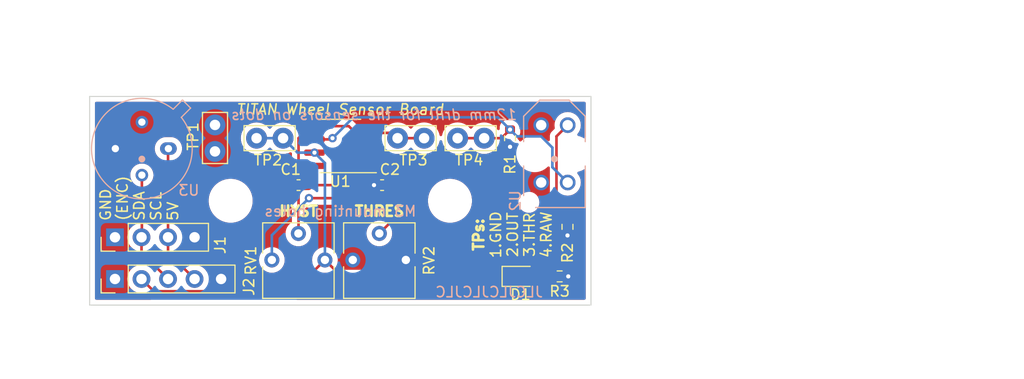
<source format=kicad_pcb>
(kicad_pcb (version 20211014) (generator pcbnew)
  (title_block (title "TITAN Wheel Sensor Board") (date "2022-08-15") (rev "1") (company "HPVDT"))
  (layers (0 "F.Cu" signal) (31 "B.Cu" signal) (34 "B.Paste" user) (35 "F.Paste" user) (36 "B.SilkS" user "B.Silkscreen") (37 "F.SilkS" user "F.Silkscreen") (38 "B.Mask" user) (39 "F.Mask" user) (44 "Edge.Cuts" user))
  (net 0 "")
  (net 1 "GND")
  (net 2 "Net-(D1-Pad2)")
  (net 3 "/ENCODER_{OUT}")
  (net 4 "/SDA")
  (net 5 "/SCL")
  (net 6 "+5V")
  (net 7 "Net-(U2-PadA)")
  (net 8 "/REFLECTIVITY")
  (net 9 "/THRESHOLD")
  (net 10 "/THRES_{HYSTERESIS}")
  (net 11 "/THRES_{BUFFERED}")
  (footprint "Resistor_SMD:R_0603_1608Metric" (layer "F.Cu") (at 160.25 43 90)
    (fp_text reference "R1" (at -2.5 0 90) (layer "F.SilkS"))
    (fp_text value "10k")
    (fp_line (start -0.237258 -0.5225) (end 0.237258 -0.5225) (layer "F.SilkS") (width 0.12))
    (fp_line (start -0.237258 0.5225) (end 0.237258 0.5225) (layer "F.SilkS") (width 0.12))
    (pad "1" smd roundrect (at -0.825 0 90) (size 0.8 0.95) (layers "F.Cu" "F.Paste" "F.Mask") (net 6 "+5V"))
    (pad "2" smd roundrect (at 0.825 0 90) (size 0.8 0.95) (layers "F.Cu" "F.Paste" "F.Mask") (net 8 "/REFLECTIVITY"))
  )
  (footprint "TestPoint:TestPoint_Bridge_Pitch2.54mm_Drill1.0mm" (layer "F.Cu") (at 155.23 43)
    (fp_text reference "TP4" (at 1.1 2.1) (layer "F.SilkS"))
    (fp_text value "TestPoint")
    (fp_line (start 3.7 1.2) (end 3.7 -1.2) (layer "F.SilkS") (width 0.12))
    (fp_line (start -1.2 -1.2) (end -1.2 1.2) (layer "F.SilkS") (width 0.12))
    (fp_line (start -1.2 1.2) (end 3.7 1.2) (layer "F.SilkS") (width 0.12))
    (fp_line (start 3.7 -1.2) (end -1.2 -1.2) (layer "F.SilkS") (width 0.12))
    (pad "1" thru_hole circle (at 2.54 0) (size 2 2) (drill 1) (layers *.Cu *.Mask) (net 8 "/REFLECTIVITY"))
    (pad "1" thru_hole circle (at 0 0) (size 2 2) (drill 1) (layers *.Cu *.Mask) (net 8 "/REFLECTIVITY"))
  )
  (footprint "Package_SO:SOIC-8_3.9x4.9mm_P1.27mm" (layer "F.Cu") (at 144 43.75 180)
    (fp_text reference "U1" (at 0 -3.4) (layer "F.SilkS"))
    (fp_text value "LM358")
    (fp_line (start 0 -2.56) (end -3.45 -2.56) (layer "F.SilkS") (width 0.12))
    (fp_line (start 0 2.56) (end 1.95 2.56) (layer "F.SilkS") (width 0.12))
    (fp_line (start 0 2.56) (end -1.95 2.56) (layer "F.SilkS") (width 0.12))
    (fp_line (start 0 -2.56) (end 1.95 -2.56) (layer "F.SilkS") (width 0.12))
    (pad "1" smd roundrect (at -2.475 -1.905 180) (size 1.95 0.6) (layers "F.Cu" "F.Paste" "F.Mask") (net 11 "/THRES_{BUFFERED}"))
    (pad "2" smd roundrect (at -2.475 -0.635 180) (size 1.95 0.6) (layers "F.Cu" "F.Paste" "F.Mask") (net 11 "/THRES_{BUFFERED}"))
    (pad "3" smd roundrect (at -2.475 0.635 180) (size 1.95 0.6) (layers "F.Cu" "F.Paste" "F.Mask") (net 9 "/THRESHOLD"))
    (pad "4" smd roundrect (at -2.475 1.905 180) (size 1.95 0.6) (layers "F.Cu" "F.Paste" "F.Mask") (net 1 "GND"))
    (pad "5" smd roundrect (at 2.475 1.905 180) (size 1.95 0.6) (layers "F.Cu" "F.Paste" "F.Mask") (net 10 "/THRES_{HYSTERESIS}"))
    (pad "6" smd roundrect (at 2.475 0.635 180) (size 1.95 0.6) (layers "F.Cu" "F.Paste" "F.Mask") (net 8 "/REFLECTIVITY"))
    (pad "7" smd roundrect (at 2.475 -0.635 180) (size 1.95 0.6) (layers "F.Cu" "F.Paste" "F.Mask") (net 3 "/ENCODER_{OUT}"))
    (pad "8" smd roundrect (at 2.475 -1.905 180) (size 1.95 0.6) (layers "F.Cu" "F.Paste" "F.Mask") (net 6 "+5V"))
  )
  (footprint "Resistor_SMD:R_0603_1608Metric" (layer "F.Cu") (at 165 56.25 180)
    (fp_text reference "R3" (at 0 -1.43) (layer "F.SilkS"))
    (fp_text value "1k")
    (fp_line (start -0.237258 0.5225) (end 0.237258 0.5225) (layer "F.SilkS") (width 0.12))
    (fp_line (start -0.237258 -0.5225) (end 0.237258 -0.5225) (layer "F.SilkS") (width 0.12))
    (pad "1" smd roundrect (at -0.825 0 180) (size 0.8 0.95) (layers "F.Cu" "F.Paste" "F.Mask") (net 6 "+5V"))
    (pad "2" smd roundrect (at 0.825 0 180) (size 0.8 0.95) (layers "F.Cu" "F.Paste" "F.Mask") (net 2 "Net-(D1-Pad2)"))
  )
  (footprint "Potentiometer_THT:Potentiometer_Vishay_T73YP_Vertical" (layer "F.Cu") (at 150.275 54.675 90)
    (fp_text reference "RV2" (at -0.06 2.225 90) (layer "F.SilkS"))
    (fp_text value "10k")
    (fp_line (start 0.65 0.88) (end 3.56 0.88) (layer "F.SilkS") (width 0.12))
    (fp_line (start -3.68 0.88) (end -0.65 0.88) (layer "F.SilkS") (width 0.12))
    (fp_line (start -3.68 -5.96) (end -3.68 0.88) (layer "F.SilkS") (width 0.12))
    (fp_line (start 3.56 -5.96) (end 3.56 0.88) (layer "F.SilkS") (width 0.12))
    (fp_line (start 0.65 -5.96) (end 3.56 -5.96) (layer "F.SilkS") (width 0.12))
    (fp_line (start -3.68 -5.96) (end -0.65 -5.96) (layer "F.SilkS") (width 0.12))
    (pad "1" thru_hole circle (at 0 0 90) (size 1.44 1.44) (drill 0.8) (layers *.Cu *.Mask) (net 6 "+5V"))
    (pad "2" thru_hole circle (at 2.54 -2.54 90) (size 1.44 1.44) (drill 0.8) (layers *.Cu *.Mask) (net 9 "/THRESHOLD"))
    (pad "3" thru_hole circle (at 0 -5.08 90) (size 1.44 1.44) (drill 0.8) (layers *.Cu *.Mask) (net 1 "GND"))
  )
  (footprint "Connector_PinHeader_2.54mm:PinHeader_1x05_P2.54mm_Vertical" (layer "F.Cu") (at 122.425 56.5 90)
    (fp_text reference "J2" (at -0.75 12.825 90) (layer "F.SilkS"))
    (fp_text value "RPI")
    (fp_line (start -1.33 0) (end -1.33 -1.33) (layer "F.SilkS") (width 0.12))
    (fp_line (start -1.33 11.49) (end 1.33 11.49) (layer "F.SilkS") (width 0.12))
    (fp_line (start -1.33 1.27) (end -1.33 11.49) (layer "F.SilkS") (width 0.12))
    (fp_line (start -1.33 1.27) (end 1.33 1.27) (layer "F.SilkS") (width 0.12))
    (fp_line (start 1.33 1.27) (end 1.33 11.49) (layer "F.SilkS") (width 0.12))
    (fp_line (start -1.33 -1.33) (end 0 -1.33) (layer "F.SilkS") (width 0.12))
    (pad "1" thru_hole rect (at 0 0 90) (size 1.7 1.7) (drill 1) (layers *.Cu *.Mask) (net 1 "GND"))
    (pad "2" thru_hole oval (at 0 2.54 90) (size 1.7 1.7) (drill 1) (layers *.Cu *.Mask) (net 3 "/ENCODER_{OUT}"))
    (pad "3" thru_hole oval (at 0 5.08 90) (size 1.7 1.7) (drill 1) (layers *.Cu *.Mask) (net 4 "/SDA"))
    (pad "4" thru_hole oval (at 0 7.62 90) (size 1.7 1.7) (drill 1) (layers *.Cu *.Mask) (net 5 "/SCL"))
    (pad "5" thru_hole oval (at 0 10.16 90) (size 1.7 1.7) (drill 1) (layers *.Cu *.Mask) (net 6 "+5V"))
  )
  (footprint "MountingHole:MountingHole_3.2mm_M3" (layer "F.Cu") (at 154.5 49)
    (fp_text reference "H2" hide)
    (fp_text value "M3")
    (pad "" np_thru_hole circle (at 0 0) (size 3.2 3.2) (drill 3.2) (layers *.Cu *.Mask))
  )
  (footprint "TestPoint:TestPoint_Bridge_Pitch2.54mm_Drill1.0mm" (layer "F.Cu") (at 132 41.73 -90)
    (fp_text reference "TP1" (at 1.1 2.1 90) (layer "F.SilkS"))
    (fp_text value "TestPoint")
    (fp_line (start -1.2 -1.2) (end -1.2 1.2) (layer "F.SilkS") (width 0.12))
    (fp_line (start -1.2 1.2) (end 3.7 1.2) (layer "F.SilkS") (width 0.12))
    (fp_line (start 3.7 -1.2) (end -1.2 -1.2) (layer "F.SilkS") (width 0.12))
    (fp_line (start 3.7 1.2) (end 3.7 -1.2) (layer "F.SilkS") (width 0.12))
    (pad "1" thru_hole circle (at 0 0 270) (size 2 2) (drill 1) (layers *.Cu *.Mask) (net 1 "GND"))
    (pad "1" thru_hole circle (at 2.54 0 270) (size 2 2) (drill 1) (layers *.Cu *.Mask) (net 1 "GND"))
  )
  (footprint "Capacitor_SMD:C_0603_1608Metric" (layer "F.Cu") (at 148 47.5)
    (fp_text reference "C2" (at 0.75 -1.5) (layer "F.SilkS"))
    (fp_text value "1u")
    (fp_line (start -0.14058 -0.51) (end 0.14058 -0.51) (layer "F.SilkS") (width 0.12))
    (fp_line (start -0.14058 0.51) (end 0.14058 0.51) (layer "F.SilkS") (width 0.12))
    (pad "1" smd roundrect (at -0.775 0) (size 0.9 0.95) (layers "F.Cu" "F.Paste" "F.Mask") (net 6 "+5V"))
    (pad "2" smd roundrect (at 0.775 0) (size 0.9 0.95) (layers "F.Cu" "F.Paste" "F.Mask") (net 1 "GND"))
  )
  (footprint "Potentiometer_THT:Potentiometer_Vishay_T73YP_Vertical" (layer "F.Cu") (at 142.525 54.675 90)
    (fp_text reference "RV1" (at -0.06 -7.09 90) (layer "F.SilkS"))
    (fp_text value "10k")
    (fp_line (start -3.68 -5.96) (end -3.68 0.88) (layer "F.SilkS") (width 0.12))
    (fp_line (start -3.68 -5.96) (end -0.65 -5.96) (layer "F.SilkS") (width 0.12))
    (fp_line (start -3.68 0.88) (end -0.65 0.88) (layer "F.SilkS") (width 0.12))
    (fp_line (start 0.65 -5.96) (end 3.56 -5.96) (layer "F.SilkS") (width 0.12))
    (fp_line (start 0.65 0.88) (end 3.56 0.88) (layer "F.SilkS") (width 0.12))
    (fp_line (start 3.56 -5.96) (end 3.56 0.88) (layer "F.SilkS") (width 0.12))
    (pad "1" thru_hole circle (at 0 0 90) (size 1.44 1.44) (drill 0.8) (layers *.Cu *.Mask) (net 3 "/ENCODER_{OUT}"))
    (pad "2" thru_hole circle (at 2.54 -2.54 90) (size 1.44 1.44) (drill 0.8) (layers *.Cu *.Mask) (net 10 "/THRES_{HYSTERESIS}"))
    (pad "3" thru_hole circle (at 0 -5.08 90) (size 1.44 1.44) (drill 0.8) (layers *.Cu *.Mask) (net 11 "/THRES_{BUFFERED}"))
  )
  (footprint "TestPoint:TestPoint_Bridge_Pitch2.54mm_Drill1.0mm" (layer "F.Cu") (at 135.98 43)
    (fp_text reference "TP2" (at 1.1 2.1) (layer "F.SilkS"))
    (fp_text value "TestPoint")
    (fp_line (start 3.7 -1.2) (end -1.2 -1.2) (layer "F.SilkS") (width 0.12))
    (fp_line (start -1.2 -1.2) (end -1.2 1.2) (layer "F.SilkS") (width 0.12))
    (fp_line (start 3.7 1.2) (end 3.7 -1.2) (layer "F.SilkS") (width 0.12))
    (fp_line (start -1.2 1.2) (end 3.7 1.2) (layer "F.SilkS") (width 0.12))
    (pad "1" thru_hole circle (at 0 0) (size 2 2) (drill 1) (layers *.Cu *.Mask) (net 3 "/ENCODER_{OUT}"))
    (pad "1" thru_hole circle (at 2.54 0) (size 2 2) (drill 1) (layers *.Cu *.Mask) (net 3 "/ENCODER_{OUT}"))
  )
  (footprint "MountingHole:MountingHole_3.2mm_M3" (layer "F.Cu") (at 133.5 49)
    (fp_text reference "H1" hide)
    (fp_text value "M3")
    (pad "" np_thru_hole circle (at 0 0) (size 3.2 3.2) (drill 3.2) (layers *.Cu *.Mask))
  )
  (footprint "Resistor_SMD:R_0603_1608Metric" (layer "F.Cu") (at 165.75 51.5 -90)
    (fp_text reference "R2" (at 2.5 0 90) (layer "F.SilkS"))
    (fp_text value "330")
    (fp_line (start -0.237258 -0.5225) (end 0.237258 -0.5225) (layer "F.SilkS") (width 0.12))
    (fp_line (start -0.237258 0.5225) (end 0.237258 0.5225) (layer "F.SilkS") (width 0.12))
    (pad "1" smd roundrect (at -0.825 0 270) (size 0.8 0.95) (layers "F.Cu" "F.Paste" "F.Mask") (net 7 "Net-(U2-PadA)"))
    (pad "2" smd roundrect (at 0.825 0 270) (size 0.8 0.95) (layers "F.Cu" "F.Paste" "F.Mask") (net 6 "+5V"))
  )
  (footprint "Capacitor_SMD:C_0603_1608Metric" (layer "F.Cu") (at 140 47.5 180)
    (fp_text reference "C1" (at 0.75 1.5) (layer "F.SilkS"))
    (fp_text value "0u1")
    (fp_line (start -0.14058 -0.51) (end 0.14058 -0.51) (layer "F.SilkS") (width 0.12))
    (fp_line (start -0.14058 0.51) (end 0.14058 0.51) (layer "F.SilkS") (width 0.12))
    (pad "1" smd roundrect (at -0.775 0 180) (size 0.9 0.95) (layers "F.Cu" "F.Paste" "F.Mask") (net 6 "+5V"))
    (pad "2" smd roundrect (at 0.775 0 180) (size 0.9 0.95) (layers "F.Cu" "F.Paste" "F.Mask") (net 1 "GND"))
  )
  (footprint "LED_SMD:LED_0805_2012Metric" (layer "F.Cu") (at 161.175 56.25)
    (fp_text reference "D1" (at 0.075 1.75) (layer "F.SilkS"))
    (fp_text value "LED")
    (fp_line (start 1 -0.96) (end -1.685 -0.96) (layer "F.SilkS") (width 0.12))
    (fp_line (start -1.685 0.96) (end 1 0.96) (layer "F.SilkS") (width 0.12))
    (fp_line (start -1.685 -0.96) (end -1.685 0.96) (layer "F.SilkS") (width 0.12))
    (pad "1" smd roundrect (at -0.9375 0) (size 0.975 1.4) (layers "F.Cu" "F.Paste" "F.Mask") (net 3 "/ENCODER_{OUT}"))
    (pad "2" smd roundrect (at 0.9375 0) (size 0.975 1.4) (layers "F.Cu" "F.Paste" "F.Mask") (net 2 "Net-(D1-Pad2)"))
  )
  (footprint "TestPoint:TestPoint_Bridge_Pitch2.54mm_Drill1.0mm" (layer "F.Cu") (at 149.48 43)
    (fp_text reference "TP3" (at 1.52 2.1) (layer "F.SilkS"))
    (fp_text value "TestPoint")
    (fp_line (start 3.7 1.2) (end 3.7 -1.2) (layer "F.SilkS") (width 0.12))
    (fp_line (start 3.7 -1.2) (end -1.2 -1.2) (layer "F.SilkS") (width 0.12))
    (fp_line (start -1.2 1.2) (end 3.7 1.2) (layer "F.SilkS") (width 0.12))
    (fp_line (start -1.2 -1.2) (end -1.2 1.2) (layer "F.SilkS") (width 0.12))
    (pad "1" thru_hole circle (at 2.54 0) (size 2 2) (drill 1) (layers *.Cu *.Mask) (net 10 "/THRES_{HYSTERESIS}"))
    (pad "1" thru_hole circle (at 0 0) (size 2 2) (drill 1) (layers *.Cu *.Mask) (net 10 "/THRES_{HYSTERESIS}"))
  )
  (footprint "Connector_PinHeader_2.54mm:PinHeader_1x04_P2.54mm_Vertical" (layer "F.Cu") (at 122.425 52.5 90)
    (fp_text reference "J1" (at -0.75 10.075 90) (layer "F.SilkS"))
    (fp_text value "OTHER")
    (fp_line (start -1.33 0) (end -1.33 -1.33) (layer "F.SilkS") (width 0.12))
    (fp_line (start -1.33 1.27) (end -1.33 8.95) (layer "F.SilkS") (width 0.12))
    (fp_line (start 1.33 1.27) (end 1.33 8.95) (layer "F.SilkS") (width 0.12))
    (fp_line (start -1.33 1.27) (end 1.33 1.27) (layer "F.SilkS") (width 0.12))
    (fp_line (start -1.33 8.95) (end 1.33 8.95) (layer "F.SilkS") (width 0.12))
    (fp_line (start -1.33 -1.33) (end 0 -1.33) (layer "F.SilkS") (width 0.12))
    (pad "1" thru_hole rect (at 0 0 90) (size 1.7 1.7) (drill 1) (layers *.Cu *.Mask) (net 1 "GND"))
    (pad "2" thru_hole oval (at 0 2.54 90) (size 1.7 1.7) (drill 1) (layers *.Cu *.Mask) (net 4 "/SDA"))
    (pad "3" thru_hole oval (at 0 5.08 90) (size 1.7 1.7) (drill 1) (layers *.Cu *.Mask) (net 5 "/SCL"))
    (pad "4" thru_hole oval (at 0 7.62 90) (size 1.7 1.7) (drill 1) (layers *.Cu *.Mask) (net 6 "+5V"))
  )
  (footprint "TCRT5000:OPTO_TCRT5000" (layer "B.Cu") (at 164.5 44.5 90)
    (fp_text reference "U2" (at -4.5 -3.75 90) (layer "B.SilkS") (effects (font (size 1.004126 1.004126)) (justify mirror)))
    (fp_text value "TCRT5000")
    (fp_line (start 3.6 -2.95) (end 5.15 -1.4) (layer "B.SilkS") (width 0.127))
    (fp_line (start 3.6 2.95) (end 1.17 2.95) (layer "B.SilkS") (width 0.127))
    (fp_line (start -4 -2.95) (end -1.17 -2.95) (layer "B.SilkS") (width 0.127))
    (fp_line (start -5.15 -1.8) (end -5.15 2.95) (layer "B.SilkS") (width 0.127))
    (fp_line (start 5.15 -1.4) (end 5.15 1.4) (layer "B.SilkS") (width 0.127))
    (fp_line (start -5.15 2.95) (end -1.17 2.95) (layer "B.SilkS") (width 0.127))
    (fp_line (start 3.6 2.95) (end 5.15 1.4) (layer "B.SilkS") (width 0.127))
    (fp_line (start 1.17 -2.95) (end 3.6 -2.95) (layer "B.SilkS") (width 0.127))
    (pad "" np_thru_hole circle (at 0 1.9 90) (size 2.5 2.5) (drill 2.5) (layers *.Cu *.Mask))
    (pad "" np_thru_hole circle (at -4.65 -2.45 90) (size 1 1) (drill 1) (layers *.Cu *.Mask))
    (pad "" np_thru_hole circle (at 0 -1.9 90) (size 2.5 2.5) (drill 2.5) (layers *.Cu *.Mask))
    (pad "A" thru_hole circle (at 2.75 1.27 90) (size 1.5 1.5) (drill 1) (layers *.Cu *.Mask) (net 7 "Net-(U2-PadA)"))
    (pad "CATH" thru_hole circle (at 2.75 -1.27 90) (size 1.5 1.5) (drill 1) (layers *.Cu *.Mask) (net 1 "GND"))
    (pad "COLL" thru_hole circle (at -2.75 1.27 90) (size 1.5 1.5) (drill 1) (layers *.Cu *.Mask) (net 8 "/REFLECTIVITY"))
    (pad "E" thru_hole circle (at -2.75 -1.27 90) (size 1.5 1.5) (drill 1) (layers *.Cu *.Mask) (net 1 "GND"))
  )
  (footprint "Package_TO_SOT_THT:TO-39-4_Window" (layer "B.Cu") (at 127.54 44 180)
    (fp_text reference "U3" (at -1.96 -4) (layer "B.SilkS") (effects (justify mirror)))
    (fp_text value "MLX90614")
    (fp_line (start -1.348039 4.665856) (end -2.125856 3.888039) (layer "B.SilkS") (width 0.12))
    (fp_line (start -2.125856 3.888039) (end -1.234902 2.997084) (layer "B.SilkS") (width 0.12))
    (fp_line (start -0.457084 3.774902) (end -1.348039 4.665856) (layer "B.SilkS") (width 0.12))
    (fp_arc (start -1.234674 2.997371) (mid 5.948125 -3.408384) (end -0.457084 3.774902) (layer "B.SilkS") (width 0.12))
    (pad "1" thru_hole oval (at 0 0 180) (size 1.6 1.2) (drill 0.7) (layers *.Cu *.Mask) (net 5 "/SCL"))
    (pad "2" thru_hole oval (at 2.54 -2.54 180) (size 1.2 1.2) (drill 0.7) (layers *.Cu *.Mask) (net 4 "/SDA"))
    (pad "3" thru_hole oval (at 5.08 0 180) (size 1.2 1.2) (drill 0.7) (layers *.Cu *.Mask) (net 6 "+5V"))
    (pad "4" thru_hole oval (at 2.54 2.54 180) (size 1.2 1.2) (drill 0.7) (layers *.Cu *.Mask) (net 1 "GND"))
  )
  (gr_circle (center 164.5 45) (end 164.75 45) (layer "B.SilkS") (width 0.15) (fill solid))
  (gr_circle (center 125 45) (end 125.25 45) (layer "B.SilkS") (width 0.15) (fill solid))
  (gr_line (start 120 59) (end 120 39) (layer "Edge.Cuts") (width 0.1))
  (gr_line (start 120 39) (end 168 39) (layer "Edge.Cuts") (width 0.1))
  (gr_line (start 168 59) (end 120 59) (layer "Edge.Cuts") (width 0.1))
  (gr_line (start 168 39) (end 168 59) (layer "Edge.Cuts") (width 0.1))
  (gr_text "12mm drill for the sensors on dots" (at 147.25 40.75) (layer "B.SilkS") (effects (font (size 1 1) (thickness 0.15) italic) (justify mirror)))
  (gr_text "JLCJLCJLCJLC" (at 158.25 57.75) (layer "B.SilkS") (effects (font (size 1 1)) (justify mirror)))
  (gr_text "M3 mounting holes" (at 144 50) (layer "B.SilkS") (effects (font (size 1 1)) (justify mirror)))
  (gr_text "GND\n(ENC)\nSDA\nSCL\n5V" (at 124.75 51 90) (layer "F.SilkS") (effects (font (size 1 1)) (justify left)))
  (gr_text "THRES" (at 147.75 50) (layer "F.SilkS") (effects (font (size 1 1) (thickness 0.25))))
  (gr_text "HYST" (at 140 50) (layer "F.SilkS") (effects (font (size 1 1) (thickness 0.25))))
  (gr_text "TITAN Wheel Sensor Board" (at 144 40.25) (layer "F.SilkS") (effects (font (size 1 1) (thickness 0.15) italic)))
  (gr_text "TPs:" (at 157.25 52.25 90) (layer "F.SilkS") (effects (font (size 1 1) (thickness 0.25))))
  (gr_text "\n1.GND\n2.OUT\n3.THR\n4.RAW" (at 160.5 52.25 90) (layer "F.SilkS") (effects (font (size 1 1))))
  (segment (start 164.175 56.25) (end 162.1125 56.25) (width 0.25) (layer "F.Cu") (net 2))
  (segment (start 126.139511 57.674511) (end 139.525489 57.674511) (width 0.25) (layer "F.Cu") (net 3))
  (segment (start 139.525489 57.674511) (end 142.525 54.675) (width 0.25) (layer "F.Cu") (net 3))
  (segment (start 160.175 56.25) (end 144.1 56.25) (width 0.25) (layer "F.Cu") (net 3))
  (segment (start 144.1 56.25) (end 142.525 54.675) (width 0.25) (layer "F.Cu") (net 3))
  (segment (start 124.965 56.5) (end 126.139511 57.674511) (width 0.25) (layer "F.Cu") (net 3))
  (via (at 141.525 44.385) (size 0.8) (drill 0.4) (layers "F.Cu" "B.Cu") (net 3))
  (segment (start 139.905 44.385) (end 141.525 44.385) (width 0.25) (layer "B.Cu") (net 3))
  (segment (start 142.525 45.385) (end 141.525 44.385) (width 0.25) (layer "B.Cu") (net 3))
  (segment (start 135.98 43) (end 138.52 43) (width 0.25) (layer "B.Cu") (net 3))
  (segment (start 138.52 43) (end 139.905 44.385) (width 0.25) (layer "B.Cu") (net 3))
  (segment (start 142.525 54.675) (end 142.525 45.385) (width 0.25) (layer "B.Cu") (net 3))
  (segment (start 124.965 53.96) (end 127.505 56.5) (width 0.25) (layer "F.Cu") (net 4))
  (segment (start 125 46.54) (end 125 52.465) (width 0.25) (layer "F.Cu") (net 4))
  (segment (start 125 52.465) (end 124.965 52.5) (width 0.25) (layer "F.Cu") (net 4))
  (segment (start 124.965 52.5) (end 124.965 53.96) (width 0.25) (layer "F.Cu") (net 4))
  (segment (start 127.505 53.96) (end 130.045 56.5) (width 0.25) (layer "F.Cu") (net 5))
  (segment (start 127.505 52.5) (end 127.505 53.96) (width 0.25) (layer "F.Cu") (net 5))
  (segment (start 127.505 52.5) (end 127.505 44.035) (width 0.25) (layer "F.Cu") (net 5))
  (segment (start 127.505 44.035) (end 127.54 44) (width 0.25) (layer "F.Cu") (net 5))
  (segment (start 140.775 47.5) (end 140.775 46.405) (width 0.25) (layer "F.Cu") (net 6))
  (segment (start 140.775 46.405) (end 141.525 45.655) (width 0.25) (layer "F.Cu") (net 6))
  (segment (start 140.775 47.5) (end 147.225 47.5) (width 0.25) (layer "F.Cu") (net 6))
  (via (at 165.75 52.325) (size 0.8) (drill 0.4) (layers "F.Cu" "B.Cu") (net 6))
  (via (at 165.825 56.25) (size 0.8) (drill 0.4) (layers "F.Cu" "B.Cu") (net 6))
  (via (at 160.25 43.825) (size 0.8) (drill 0.4) (layers "F.Cu" "B.Cu") (net 6))
  (via (at 147.225 47.5) (size 0.8) (drill 0.4) (layers "F.Cu" "B.Cu") (net 6))
  (segment (start 165.825 56.25) (end 165.825 52.4) (width 0.25) (layer "B.Cu") (net 6))
  (segment (start 165.825 52.4) (end 165.75 52.325) (width 0.25) (layer "B.Cu") (net 6))
  (segment (start 165.75 50.675) (end 164.695489 49.620489) (width 0.25) (layer "F.Cu") (net 7))
  (segment (start 164.695489 42.824511) (end 165.77 41.75) (width 0.25) (layer "F.Cu") (net 7))
  (segment (start 164.695489 49.620489) (end 164.695489 42.824511) (width 0.25) (layer "F.Cu") (net 7))
  (segment (start 155.23 43) (end 157.77 43) (width 0.25) (layer "F.Cu") (net 8))
  (segment (start 159.425 43) (end 160.25 42.175) (width 0.25) (layer "F.Cu") (net 8))
  (segment (start 141.525 43.115) (end 143.135 43.115) (width 0.25) (layer "F.Cu") (net 8))
  (segment (start 157.77 43) (end 159.425 43) (width 0.25) (layer "F.Cu") (net 8))
  (segment (start 143.135 43.115) (end 143.25 43) (width 0.25) (layer "F.Cu") (net 8))
  (via (at 143.25 43) (size 0.8) (drill 0.4) (layers "F.Cu" "B.Cu") (net 8))
  (via (at 160.25 42.175) (size 0.8) (drill 0.4) (layers "F.Cu" "B.Cu") (net 8))
  (segment (start 164.304511 45.784511) (end 164.304511 43.90709) (width 0.25) (layer "B.Cu") (net 8))
  (segment (start 143.25 43) (end 145.25 41) (width 0.25) (layer "B.Cu") (net 8))
  (segment (start 159.075 41) (end 157 41) (width 0.25) (layer "B.Cu") (net 8))
  (segment (start 145.25 41) (end 157 41) (width 0.25) (layer "B.Cu") (net 8))
  (segment (start 165.77 47.25) (end 164.304511 45.784511) (width 0.25) (layer "B.Cu") (net 8))
  (segment (start 160.899511 42.824511) (end 160.25 42.175) (width 0.25) (layer "B.Cu") (net 8))
  (segment (start 163.221932 42.824511) (end 160.899511 42.824511) (width 0.25) (layer "B.Cu") (net 8))
  (segment (start 160.25 42.175) (end 159.075 41) (width 0.25) (layer "B.Cu") (net 8))
  (segment (start 164.304511 43.90709) (end 163.221932 42.824511) (width 0.25) (layer "B.Cu") (net 8))
  (segment (start 149.54952 50.32048) (end 149.54952 45.813448) (width 0.25) (layer "F.Cu") (net 9))
  (segment (start 149.54952 45.813448) (end 146.851072 43.115) (width 0.25) (layer "F.Cu") (net 9))
  (segment (start 146.475 43.115) (end 146.851072 43.115) (width 0.25) (layer "F.Cu") (net 9))
  (segment (start 147.735 52.135) (end 149.54952 50.32048) (width 0.25) (layer "F.Cu") (net 9))
  (segment (start 139.985 52.135) (end 139.99952 52.12048) (width 0.25) (layer "F.Cu") (net 10))
  (segment (start 145.453448 42.49048) (end 148.97048 42.49048) (width 0.25) (layer "F.Cu") (net 10))
  (segment (start 149.48 43) (end 152.02 43) (width 0.25) (layer "F.Cu") (net 10))
  (segment (start 139.99952 52.12048) (end 139.99952 42.994408) (width 0.25) (layer "F.Cu") (net 10))
  (segment (start 148.97048 42.49048) (end 149.48 43) (width 0.25) (layer "F.Cu") (net 10))
  (segment (start 141.525 41.845) (end 144.807968 41.845) (width 0.25) (layer "F.Cu") (net 10))
  (segment (start 141.148928 41.845) (end 141.525 41.845) (width 0.25) (layer "F.Cu") (net 10))
  (segment (start 139.99952 42.994408) (end 141.148928 41.845) (width 0.25) (layer "F.Cu") (net 10))
  (segment (start 144.807968 41.845) (end 145.453448 42.49048) (width 0.25) (layer "F.Cu") (net 10))
  (segment (start 146.475 44.385) (end 146.475 45.655) (width 0.25) (layer "F.Cu") (net 11))
  (segment (start 147.99952 47.022382) (end 147.99952 48.00048) (width 0.25) (layer "F.Cu") (net 11))
  (segment (start 141 48.75) (end 147.25 48.75) (width 0.25) (layer "F.Cu") (net 11))
  (segment (start 146.475 45.655) (end 146.632138 45.655) (width 0.25) (layer "F.Cu") (net 11))
  (segment (start 147.99952 48.00048) (end 147.25 48.75) (width 0.25) (layer "F.Cu") (net 11))
  (segment (start 146.632138 45.655) (end 147.99952 47.022382) (width 0.25) (layer "F.Cu") (net 11))
  (via (at 141 48.75) (size 0.8) (drill 0.4) (layers "F.Cu" "B.Cu") (net 11))
  (segment (start 137.445 52.305) (end 141 48.75) (width 0.25) (layer "B.Cu") (net 11))
  (segment (start 137.445 54.675) (end 137.445 52.305) (width 0.25) (layer "B.Cu") (net 11))
  (zone (net 1) (net_name "GND") (layer "F.Cu") (connect_pads yes (clearance 0.508)) (min_thickness 0.254) (fill yes (thermal_gap 0.508) (thermal_bridge_width 0.508))
    (polygon (pts (xy 168 59) (xy 120 59) (xy 120 39) (xy 168 39)))
  )
  (zone (net 6) (net_name "+5V") (layer "B.Cu") (connect_pads yes (clearance 0.508)) (min_thickness 0.254) (fill yes (thermal_gap 0.508) (thermal_bridge_width 0.508))
    (polygon (pts (xy 168 59) (xy 120 59) (xy 120 39) (xy 168 39)))
  )
)
</source>
